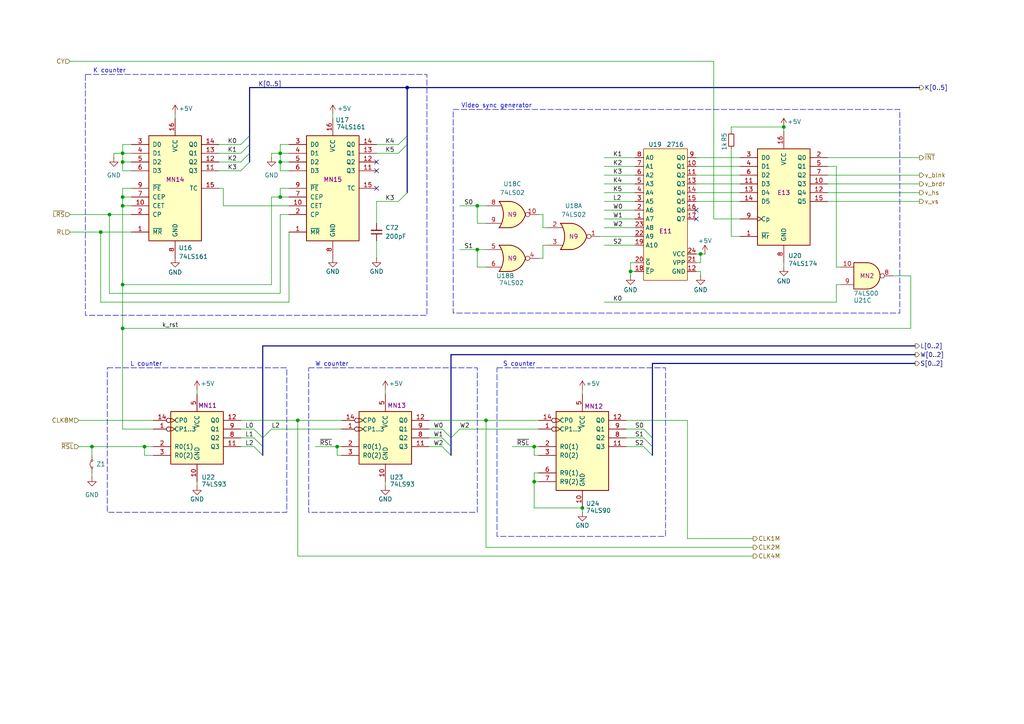
<source format=kicad_sch>
(kicad_sch (version 20231120) (generator "eeschema") (generator_version "8.0")
  (paper "A4")
  (title_block (title "Elwro 800 Junior Rev C - video timing generator") (company "Przemysław Węgrzyn <pwegrzyn@codepainters.com>"))
  (lib_symbols
    (symbol "74xx:74LS00" (pin_names (offset 1.016))
      (property "Reference" "U" (at 0 1.27 0))
      (property "Value" "74LS00" (at 0 -1.27 0))
      (symbol "74LS00_1_1"
        (arc (start 0 -3.81) (mid 3.7934 0) (end 0 3.81) (stroke (width 0.254)) (fill (type background)))
        (polyline (pts (xy 0 3.81) (xy -3.81 3.81) (xy -3.81 -3.81) (xy 0 -3.81)) (stroke (width 0.254)) (fill (type background)))
        (pin input line (at -7.62 2.54 0) (length 3.81) (name "~") (number "1"))
        (pin input line (at -7.62 -2.54 0) (length 3.81) (name "~") (number "2"))
        (pin output inverted (at 7.62 0 180) (length 3.81) (name "~") (number "3"))
      )
      (symbol "74LS00_1_2"
        (arc (start -3.81 -3.81) (mid -2.589 0) (end -3.81 3.81) (stroke (width 0.254)))
        (arc (start -0.6096 -3.81) (mid 2.1842 -2.5851) (end 3.81 0) (stroke (width 0.254)) (fill (type background)))
        (polyline (pts (xy -3.81 -3.81) (xy -0.635 -3.81)) (stroke (width 0.254)) (fill (type background)))
        (polyline (pts (xy -3.81 3.81) (xy -0.635 3.81)) (stroke (width 0.254)) (fill (type background)))
        (polyline (pts (xy -0.635 3.81) (xy -3.81 3.81) (xy -3.81 3.81) (xy -3.556 3.4036) (xy -3.0226 2.2606) (xy -2.6924 1.0414) (xy -2.6162 -0.254) (xy -2.7686 -1.4986) (xy -3.175 -2.7178) (xy -3.81 -3.81) (xy -3.81 -3.81) (xy -0.635 -3.81)) (stroke (width -25.4)) (fill (type background)))
        (arc (start 3.81 0) (mid 2.1915 2.5936) (end -0.6096 3.81) (stroke (width 0.254)) (fill (type background)))
        (pin input inverted (at -7.62 2.54 0) (length 4.318) (name "~") (number "1"))
        (pin input inverted (at -7.62 -2.54 0) (length 4.318) (name "~") (number "2"))
        (pin output line (at 7.62 0 180) (length 3.81) (name "~") (number "3"))
      )
      (symbol "74LS00_2_1"
        (arc (start 0 -3.81) (mid 3.7934 0) (end 0 3.81) (stroke (width 0.254)) (fill (type background)))
        (polyline (pts (xy 0 3.81) (xy -3.81 3.81) (xy -3.81 -3.81) (xy 0 -3.81)) (stroke (width 0.254)) (fill (type background)))
        (pin input line (at -7.62 2.54 0) (length 3.81) (name "~") (number "4"))
        (pin input line (at -7.62 -2.54 0) (length 3.81) (name "~") (number "5"))
        (pin output inverted (at 7.62 0 180) (length 3.81) (name "~") (number "6"))
      )
      (symbol "74LS00_2_2"
        (arc (start -3.81 -3.81) (mid -2.589 0) (end -3.81 3.81) (stroke (width 0.254)))
        (arc (start -0.6096 -3.81) (mid 2.1842 -2.5851) (end 3.81 0) (stroke (width 0.254)) (fill (type background)))
        (polyline (pts (xy -3.81 -3.81) (xy -0.635 -3.81)) (stroke (width 0.254)) (fill (type background)))
        (polyline (pts (xy -3.81 3.81) (xy -0.635 3.81)) (stroke (width 0.254)) (fill (type background)))
        (polyline (pts (xy -0.635 3.81) (xy -3.81 3.81) (xy -3.81 3.81) (xy -3.556 3.4036) (xy -3.0226 2.2606) (xy -2.6924 1.0414) (xy -2.6162 -0.254) (xy -2.7686 -1.4986) (xy -3.175 -2.7178) (xy -3.81 -3.81) (xy -3.81 -3.81) (xy -0.635 -3.81)) (stroke (width -25.4)) (fill (type background)))
        (arc (start 3.81 0) (mid 2.1915 2.5936) (end -0.6096 3.81) (stroke (width 0.254)) (fill (type background)))
        (pin input inverted (at -7.62 2.54 0) (length 4.318) (name "~") (number "4"))
        (pin input inverted (at -7.62 -2.54 0) (length 4.318) (name "~") (number "5"))
        (pin output line (at 7.62 0 180) (length 3.81) (name "~") (number "6"))
      )
      (symbol "74LS00_3_1"
        (arc (start 0 -3.81) (mid 3.7934 0) (end 0 3.81) (stroke (width 0.254)) (fill (type background)))
        (polyline (pts (xy 0 3.81) (xy -3.81 3.81) (xy -3.81 -3.81) (xy 0 -3.81)) (stroke (width 0.254)) (fill (type background)))
        (pin input line (at -7.62 -2.54 0) (length 3.81) (name "~") (number "10"))
        (pin output inverted (at 7.62 0 180) (length 3.81) (name "~") (number "8"))
        (pin input line (at -7.62 2.54 0) (length 3.81) (name "~") (number "9"))
      )
      (symbol "74LS00_3_2"
        (arc (start -3.81 -3.81) (mid -2.589 0) (end -3.81 3.81) (stroke (width 0.254)))
        (arc (start -0.6096 -3.81) (mid 2.1842 -2.5851) (end 3.81 0) (stroke (width 0.254)) (fill (type background)))
        (polyline (pts (xy -3.81 -3.81) (xy -0.635 -3.81)) (stroke (width 0.254)) (fill (type background)))
        (polyline (pts (xy -3.81 3.81) (xy -0.635 3.81)) (stroke (width 0.254)) (fill (type background)))
        (polyline (pts (xy -0.635 3.81) (xy -3.81 3.81) (xy -3.81 3.81) (xy -3.556 3.4036) (xy -3.0226 2.2606) (xy -2.6924 1.0414) (xy -2.6162 -0.254) (xy -2.7686 -1.4986) (xy -3.175 -2.7178) (xy -3.81 -3.81) (xy -3.81 -3.81) (xy -0.635 -3.81)) (stroke (width -25.4)) (fill (type background)))
        (arc (start 3.81 0) (mid 2.1915 2.5936) (end -0.6096 3.81) (stroke (width 0.254)) (fill (type background)))
        (pin input inverted (at -7.62 -2.54 0) (length 4.318) (name "~") (number "10"))
        (pin output line (at 7.62 0 180) (length 3.81) (name "~") (number "8"))
        (pin input inverted (at -7.62 2.54 0) (length 4.318) (name "~") (number "9"))
      )
      (symbol "74LS00_4_1"
        (arc (start 0 -3.81) (mid 3.7934 0) (end 0 3.81) (stroke (width 0.254)) (fill (type background)))
        (polyline (pts (xy 0 3.81) (xy -3.81 3.81) (xy -3.81 -3.81) (xy 0 -3.81)) (stroke (width 0.254)) (fill (type background)))
        (pin output inverted (at 7.62 0 180) (length 3.81) (name "~") (number "11"))
        (pin input line (at -7.62 2.54 0) (length 3.81) (name "~") (number "12"))
        (pin input line (at -7.62 -2.54 0) (length 3.81) (name "~") (number "13"))
      )
      (symbol "74LS00_4_2"
        (arc (start -3.81 -3.81) (mid -2.589 0) (end -3.81 3.81) (stroke (width 0.254)))
        (arc (start -0.6096 -3.81) (mid 2.1842 -2.5851) (end 3.81 0) (stroke (width 0.254)) (fill (type background)))
        (polyline (pts (xy -3.81 -3.81) (xy -0.635 -3.81)) (stroke (width 0.254)) (fill (type background)))
        (polyline (pts (xy -3.81 3.81) (xy -0.635 3.81)) (stroke (width 0.254)) (fill (type background)))
        (polyline (pts (xy -0.635 3.81) (xy -3.81 3.81) (xy -3.81 3.81) (xy -3.556 3.4036) (xy -3.0226 2.2606) (xy -2.6924 1.0414) (xy -2.6162 -0.254) (xy -2.7686 -1.4986) (xy -3.175 -2.7178) (xy -3.81 -3.81) (xy -3.81 -3.81) (xy -0.635 -3.81)) (stroke (width -25.4)) (fill (type background)))
        (arc (start 3.81 0) (mid 2.1915 2.5936) (end -0.6096 3.81) (stroke (width 0.254)) (fill (type background)))
        (pin output line (at 7.62 0 180) (length 3.81) (name "~") (number "11"))
        (pin input inverted (at -7.62 2.54 0) (length 4.318) (name "~") (number "12"))
        (pin input inverted (at -7.62 -2.54 0) (length 4.318) (name "~") (number "13"))
      )
      (symbol "74LS00_5_0"
        (pin power_in line (at 0 12.7 270) (length 5.08) (name "VCC") (number "14"))
        (pin power_in line (at 0 -12.7 90) (length 5.08) (name "GND") (number "7"))
      )
      (symbol "74LS00_5_1"
        (rectangle (start -5.08 7.62) (end 5.08 -7.62) (stroke (width 0.254)) (fill (type background)))
      )
    )
    (symbol "74xx:74LS02" (pin_names (offset 1.016))
      (property "Reference" "U" (at 0 1.27 0))
      (property "Value" "74LS02" (at 0 -1.27 0))
      (symbol "74LS02_1_1"
        (arc (start -3.81 -3.81) (mid -2.589 0) (end -3.81 3.81) (stroke (width 0.254)))
        (arc (start -0.6096 -3.81) (mid 2.1842 -2.5851) (end 3.81 0) (stroke (width 0.254)) (fill (type background)))
        (polyline (pts (xy -3.81 -3.81) (xy -0.635 -3.81)) (stroke (width 0.254)) (fill (type background)))
        (polyline (pts (xy -3.81 3.81) (xy -0.635 3.81)) (stroke (width 0.254)) (fill (type background)))
        (polyline (pts (xy -0.635 3.81) (xy -3.81 3.81) (xy -3.81 3.81) (xy -3.556 3.4036) (xy -3.0226 2.2606) (xy -2.6924 1.0414) (xy -2.6162 -0.254) (xy -2.7686 -1.4986) (xy -3.175 -2.7178) (xy -3.81 -3.81) (xy -3.81 -3.81) (xy -0.635 -3.81)) (stroke (width -25.4)) (fill (type background)))
        (arc (start 3.81 0) (mid 2.1915 2.5936) (end -0.6096 3.81) (stroke (width 0.254)) (fill (type background)))
        (pin output inverted (at 7.62 0 180) (length 3.81) (name "~") (number "1"))
        (pin input line (at -7.62 2.54 0) (length 4.318) (name "~") (number "2"))
        (pin input line (at -7.62 -2.54 0) (length 4.318) (name "~") (number "3"))
      )
      (symbol "74LS02_1_2"
        (arc (start 0 -3.81) (mid 3.7934 0) (end 0 3.81) (stroke (width 0.254)) (fill (type background)))
        (polyline (pts (xy 0 3.81) (xy -3.81 3.81) (xy -3.81 -3.81) (xy 0 -3.81)) (stroke (width 0.254)) (fill (type background)))
        (pin output line (at 7.62 0 180) (length 3.81) (name "~") (number "1"))
        (pin input inverted (at -7.62 2.54 0) (length 3.81) (name "~") (number "2"))
        (pin input inverted (at -7.62 -2.54 0) (length 3.81) (name "~") (number "3"))
      )
      (symbol "74LS02_2_1"
        (arc (start -3.81 -3.81) (mid -2.589 0) (end -3.81 3.81) (stroke (width 0.254)))
        (arc (start -0.6096 -3.81) (mid 2.1842 -2.5851) (end 3.81 0) (stroke (width 0.254)) (fill (type background)))
        (polyline (pts (xy -3.81 -3.81) (xy -0.635 -3.81)) (stroke (width 0.254)) (fill (type background)))
        (polyline (pts (xy -3.81 3.81) (xy -0.635 3.81)) (stroke (width 0.254)) (fill (type background)))
        (polyline (pts (xy -0.635 3.81) (xy -3.81 3.81) (xy -3.81 3.81) (xy -3.556 3.4036) (xy -3.0226 2.2606) (xy -2.6924 1.0414) (xy -2.6162 -0.254) (xy -2.7686 -1.4986) (xy -3.175 -2.7178) (xy -3.81 -3.81) (xy -3.81 -3.81) (xy -0.635 -3.81)) (stroke (width -25.4)) (fill (type background)))
        (arc (start 3.81 0) (mid 2.1915 2.5936) (end -0.6096 3.81) (stroke (width 0.254)) (fill (type background)))
        (pin output inverted (at 7.62 0 180) (length 3.81) (name "~") (number "4"))
        (pin input line (at -7.62 2.54 0) (length 4.318) (name "~") (number "5"))
        (pin input line (at -7.62 -2.54 0) (length 4.318) (name "~") (number "6"))
      )
      (symbol "74LS02_2_2"
        (arc (start 0 -3.81) (mid 3.7934 0) (end 0 3.81) (stroke (width 0.254)) (fill (type background)))
        (polyline (pts (xy 0 3.81) (xy -3.81 3.81) (xy -3.81 -3.81) (xy 0 -3.81)) (stroke (width 0.254)) (fill (type background)))
        (pin output line (at 7.62 0 180) (length 3.81) (name "~") (number "4"))
        (pin input inverted (at -7.62 2.54 0) (length 3.81) (name "~") (number "5"))
        (pin input inverted (at -7.62 -2.54 0) (length 3.81) (name "~") (number "6"))
      )
      (symbol "74LS02_3_1"
        (arc (start -3.81 -3.81) (mid -2.589 0) (end -3.81 3.81) (stroke (width 0.254)))
        (arc (start -0.6096 -3.81) (mid 2.1842 -2.5851) (end 3.81 0) (stroke (width 0.254)) (fill (type background)))
        (polyline (pts (xy -3.81 -3.81) (xy -0.635 -3.81)) (stroke (width 0.254)) (fill (type background)))
        (polyline (pts (xy -3.81 3.81) (xy -0.635 3.81)) (stroke (width 0.254)) (fill (type background)))
        (polyline (pts (xy -0.635 3.81) (xy -3.81 3.81) (xy -3.81 3.81) (xy -3.556 3.4036) (xy -3.0226 2.2606) (xy -2.6924 1.0414) (xy -2.6162 -0.254) (xy -2.7686 -1.4986) (xy -3.175 -2.7178) (xy -3.81 -3.81) (xy -3.81 -3.81) (xy -0.635 -3.81)) (stroke (width -25.4)) (fill (type background)))
        (arc (start 3.81 0) (mid 2.1915 2.5936) (end -0.6096 3.81) (stroke (width 0.254)) (fill (type background)))
        (pin output inverted (at 7.62 0 180) (length 3.81) (name "~") (number "10"))
        (pin input line (at -7.62 2.54 0) (length 4.318) (name "~") (number "8"))
        (pin input line (at -7.62 -2.54 0) (length 4.318) (name "~") (number "9"))
      )
      (symbol "74LS02_3_2"
        (arc (start 0 -3.81) (mid 3.7934 0) (end 0 3.81) (stroke (width 0.254)) (fill (type background)))
        (polyline (pts (xy 0 3.81) (xy -3.81 3.81) (xy -3.81 -3.81) (xy 0 -3.81)) (stroke (width 0.254)) (fill (type background)))
        (pin output line (at 7.62 0 180) (length 3.81) (name "~") (number "10"))
        (pin input inverted (at -7.62 2.54 0) (length 3.81) (name "~") (number "8"))
        (pin input inverted (at -7.62 -2.54 0) (length 3.81) (name "~") (number "9"))
      )
      (symbol "74LS02_4_1"
        (arc (start -3.81 -3.81) (mid -2.589 0) (end -3.81 3.81) (stroke (width 0.254)))
        (arc (start -0.6096 -3.81) (mid 2.1842 -2.5851) (end 3.81 0) (stroke (width 0.254)) (fill (type background)))
        (polyline (pts (xy -3.81 -3.81) (xy -0.635 -3.81)) (stroke (width 0.254)) (fill (type background)))
        (polyline (pts (xy -3.81 3.81) (xy -0.635 3.81)) (stroke (width 0.254)) (fill (type background)))
        (polyline (pts (xy -0.635 3.81) (xy -3.81 3.81) (xy -3.81 3.81) (xy -3.556 3.4036) (xy -3.0226 2.2606) (xy -2.6924 1.0414) (xy -2.6162 -0.254) (xy -2.7686 -1.4986) (xy -3.175 -2.7178) (xy -3.81 -3.81) (xy -3.81 -3.81) (xy -0.635 -3.81)) (stroke (width -25.4)) (fill (type background)))
        (arc (start 3.81 0) (mid 2.1915 2.5936) (end -0.6096 3.81) (stroke (width 0.254)) (fill (type background)))
        (pin input line (at -7.62 2.54 0) (length 4.318) (name "~") (number "11"))
        (pin input line (at -7.62 -2.54 0) (length 4.318) (name "~") (number "12"))
        (pin output inverted (at 7.62 0 180) (length 3.81) (name "~") (number "13"))
      )
      (symbol "74LS02_4_2"
        (arc (start 0 -3.81) (mid 3.7934 0) (end 0 3.81) (stroke (width 0.254)) (fill (type background)))
        (polyline (pts (xy 0 3.81) (xy -3.81 3.81) (xy -3.81 -3.81) (xy 0 -3.81)) (stroke (width 0.254)) (fill (type background)))
        (pin input inverted (at -7.62 2.54 0) (length 3.81) (name "~") (number "11"))
        (pin input inverted (at -7.62 -2.54 0) (length 3.81) (name "~") (number "12"))
        (pin output line (at 7.62 0 180) (length 3.81) (name "~") (number "13"))
      )
      (symbol "74LS02_5_0"
        (pin power_in line (at 0 12.7 270) (length 5.08) (name "VCC") (number "14"))
        (pin power_in line (at 0 -12.7 90) (length 5.08) (name "GND") (number "7"))
      )
      (symbol "74LS02_5_1"
        (rectangle (start -5.08 7.62) (end 5.08 -7.62) (stroke (width 0.254)) (fill (type background)))
      )
    )
    (symbol "74xx:74LS161" (pin_names (offset 1.016))
      (property "Reference" "U" (at -7.62 16.51 0))
      (property "Value" "74LS161" (at -7.62 -16.51 0))
      (symbol "74LS161_1_0"
        (pin input line (at -12.7 -12.7 0) (length 5.08) (name "~{MR}") (number "1"))
        (pin input line (at -12.7 -5.08 0) (length 5.08) (name "CET") (number "10"))
        (pin output line (at 12.7 5.08 180) (length 5.08) (name "Q3") (number "11"))
        (pin output line (at 12.7 7.62 180) (length 5.08) (name "Q2") (number "12"))
        (pin output line (at 12.7 10.16 180) (length 5.08) (name "Q1") (number "13"))
        (pin output line (at 12.7 12.7 180) (length 5.08) (name "Q0") (number "14"))
        (pin output line (at 12.7 0 180) (length 5.08) (name "TC") (number "15"))
        (pin power_in line (at 0 20.32 270) (length 5.08) (name "VCC") (number "16"))
        (pin input line (at -12.7 -7.62 0) (length 5.08) (name "CP") (number "2"))
        (pin input line (at -12.7 12.7 0) (length 5.08) (name "D0") (number "3"))
        (pin input line (at -12.7 10.16 0) (length 5.08) (name "D1") (number "4"))
        (pin input line (at -12.7 7.62 0) (length 5.08) (name "D2") (number "5"))
        (pin input line (at -12.7 5.08 0) (length 5.08) (name "D3") (number "6"))
        (pin input line (at -12.7 -2.54 0) (length 5.08) (name "CEP") (number "7"))
        (pin power_in line (at 0 -20.32 90) (length 5.08) (name "GND") (number "8"))
        (pin input line (at -12.7 0 0) (length 5.08) (name "~{PE}") (number "9"))
      )
      (symbol "74LS161_1_1"
        (rectangle (start -7.62 15.24) (end 7.62 -15.24) (stroke (width 0.254)) (fill (type background)))
      )
    )
    (symbol "74xx:74LS174" (pin_names (offset 1.016))
      (property "Reference" "U" (at -7.62 13.97 0))
      (property "Value" "74LS174" (at -7.62 -16.51 0))
      (symbol "74LS174_1_0"
        (pin input line (at -12.7 -12.7 0) (length 5.08) (name "~{Mr}") (number "1"))
        (pin output line (at 12.7 2.54 180) (length 5.08) (name "Q3") (number "10"))
        (pin input line (at -12.7 2.54 0) (length 5.08) (name "D3") (number "11"))
        (pin output line (at 12.7 0 180) (length 5.08) (name "Q4") (number "12"))
        (pin input line (at -12.7 0 0) (length 5.08) (name "D4") (number "13"))
        (pin input line (at -12.7 -2.54 0) (length 5.08) (name "D5") (number "14"))
        (pin output line (at 12.7 -2.54 180) (length 5.08) (name "Q5") (number "15"))
        (pin power_in line (at 0 17.78 270) (length 5.08) (name "VCC") (number "16"))
        (pin output line (at 12.7 10.16 180) (length 5.08) (name "Q0") (number "2"))
        (pin input line (at -12.7 10.16 0) (length 5.08) (name "D0") (number "3"))
        (pin input line (at -12.7 7.62 0) (length 5.08) (name "D1") (number "4"))
        (pin output line (at 12.7 7.62 180) (length 5.08) (name "Q1") (number "5"))
        (pin input line (at -12.7 5.08 0) (length 5.08) (name "D2") (number "6"))
        (pin output line (at 12.7 5.08 180) (length 5.08) (name "Q2") (number "7"))
        (pin power_in line (at 0 -20.32 90) (length 5.08) (name "GND") (number "8"))
        (pin input clock (at -12.7 -7.62 0) (length 5.08) (name "Cp") (number "9"))
      )
      (symbol "74LS174_1_1"
        (rectangle (start -7.62 12.7) (end 7.62 -15.24) (stroke (width 0.254)) (fill (type background)))
      )
    )
    (symbol "Device:C_Small" (pin_numbers hide) (pin_names (offset 0.254) hide)
      (property "Reference" "C" (at 0.254 1.778 0))
      (property "Value" "C_Small" (at 0.254 -2.032 0))
      (symbol "C_Small_0_1"
        (polyline (pts (xy -1.524 -0.508) (xy 1.524 -0.508)) (stroke (width 0.3302)))
        (polyline (pts (xy -1.524 0.508) (xy 1.524 0.508)) (stroke (width 0.3048)))
      )
      (symbol "C_Small_1_1"
        (pin passive line (at 0 2.54 270) (length 2.032) (name "~") (number "1"))
        (pin passive line (at 0 -2.54 90) (length 2.032) (name "~") (number "2"))
      )
    )
    (symbol "Device:R_Small" (pin_numbers hide) (pin_names (offset 0.254) hide)
      (property "Reference" "R" (at 0.762 0.508 0))
      (property "Value" "R_Small" (at 0.762 -1.016 0))
      (symbol "R_Small_0_1"
        (rectangle (start -0.762 1.778) (end 0.762 -1.778) (stroke (width 0.2032)))
      )
      (symbol "R_Small_1_1"
        (pin passive line (at 0 2.54 270) (length 0.762) (name "~") (number "1"))
        (pin passive line (at 0 -2.54 90) (length 0.762) (name "~") (number "2"))
      )
    )
    (symbol "Jumper:Jumper_2_Small_Bridged" (pin_numbers hide) (pin_names (offset 0) hide) (exclude_from_sim yes)
      (property "Reference" "JP" (at 0 2.032 0))
      (property "Value" "Jumper_2_Small_Bridged" (at 0 -2.286 0))
      (symbol "Jumper_2_Small_Bridged_0_0"
        (circle (center -1.016 0) (radius 0.254))
        (circle (center 1.016 0) (radius 0.254))
      )
      (symbol "Jumper_2_Small_Bridged_0_1"
        (arc (start 0.762 0.254) (mid 0 0.5696) (end -0.762 0.254))
      )
      (symbol "Jumper_2_Small_Bridged_1_1"
        (pin passive line (at -2.54 0 0) (length 1.27) (name "A") (number "1"))
        (pin passive line (at 2.54 0 180) (length 1.27) (name "B") (number "2"))
      )
    )
    (symbol "e800j_custom:2716"
      (property "Reference" "U" (at 0 0 0))
      (symbol "2716_1_1"
        (rectangle (start -6.35 17.78) (end 6.35 -20.32) (fill (type background)))
        (pin input line (at -8.89 -2.54 0) (length 2.54) (name "A7") (number "1"))
        (pin output line (at 8.89 12.7 180) (length 2.54) (name "Q1") (number "10"))
        (pin output line (at 8.89 10.16 180) (length 2.54) (name "Q2") (number "11"))
        (pin power_in line (at 8.89 -17.78 180) (length 2.54) (name "GND") (number "12"))
        (pin output line (at 8.89 7.62 180) (length 2.54) (name "Q3") (number "13"))
        (pin output line (at 8.89 5.08 180) (length 2.54) (name "Q4") (number "14"))
        (pin output line (at 8.89 2.54 180) (length 2.54) (name "Q5") (number "15"))
        (pin output line (at 8.89 0 180) (length 2.54) (name "Q6") (number "16"))
        (pin output line (at 8.89 -2.54 180) (length 2.54) (name "Q7") (number "17"))
        (pin input line (at -8.89 -17.78 0) (length 2.54) (name "~{E}P") (number "18"))
        (pin input line (at -8.89 -10.16 0) (length 2.54) (name "A10") (number "19"))
        (pin input line (at -8.89 0 0) (length 2.54) (name "A6") (number "2"))
        (pin input line (at -8.89 -15.24 0) (length 2.54) (name "~{G}") (number "20"))
        (pin power_in line (at 8.89 -15.24 180) (length 2.54) (name "VPP") (number "21"))
        (pin input line (at -8.89 -7.62 0) (length 2.54) (name "A9") (number "22"))
        (pin input line (at -8.89 -5.08 0) (length 2.54) (name "A8") (number "23"))
        (pin power_in line (at 8.89 -12.7 180) (length 2.54) (name "VCC") (number "24"))
        (pin input line (at -8.89 2.54 0) (length 2.54) (name "A5") (number "3"))
        (pin input line (at -8.89 5.08 0) (length 2.54) (name "A4") (number "4"))
        (pin input line (at -8.89 7.62 0) (length 2.54) (name "A3") (number "5"))
        (pin input line (at -8.89 10.16 0) (length 2.54) (name "A2") (number "6"))
        (pin input line (at -8.89 12.7 0) (length 2.54) (name "A1") (number "7"))
        (pin input line (at -8.89 15.24 0) (length 2.54) (name "A0") (number "8"))
        (pin output line (at 8.89 15.24 180) (length 2.54) (name "Q0") (number "9"))
      )
    )
    (symbol "e800j_custom:74LS90" (pin_names (offset 1.016))
      (property "Reference" "U" (at -7.62 11.43 0))
      (property "Value" "74LS90" (at -7.62 -13.97 0))
      (symbol "74LS90_1_0"
        (pin input inverted_clock (at -12.7 5.08 0) (length 5.08) (name "CP1..3") (number "1"))
        (pin power_in line (at 0 -17.78 90) (length 5.08) (name "GND") (number "10"))
        (pin output line (at 12.7 0 180) (length 5.08) (name "Q3") (number "11"))
        (pin output line (at 12.7 7.62 180) (length 5.08) (name "Q0") (number "12"))
        (pin no_connect line (at 12.7 -10.16 180) (length 5.08) hide (name "NC2") (number "13"))
        (pin input inverted_clock (at -12.7 7.62 0) (length 5.08) (name "CP0") (number "14"))
        (pin input line (at -12.7 0 0) (length 5.08) (name "R0(1)") (number "2"))
        (pin input line (at -12.7 -2.54 0) (length 5.08) (name "R0(2)") (number "3"))
        (pin no_connect line (at 12.7 -7.62 180) (length 5.08) hide (name "NC1") (number "4"))
        (pin power_in line (at 0 15.24 270) (length 5.08) (name "VCC") (number "5"))
        (pin input line (at -12.7 -7.62 0) (length 5.08) (name "R9(1)") (number "6"))
        (pin input line (at -12.7 -10.16 0) (length 5.08) (name "R9(2)") (number "7"))
        (pin output line (at 12.7 2.54 180) (length 5.08) (name "Q2") (number "8"))
        (pin output line (at 12.7 5.08 180) (length 5.08) (name "Q1") (number "9"))
      )
      (symbol "74LS90_1_1"
        (rectangle (start -7.62 10.16) (end 7.62 -12.7) (stroke (width 0.254)) (fill (type background)))
      )
    )
    (symbol "e800j_custom:74LS93" (pin_names (offset 1.016))
      (property "Reference" "U" (at -7.62 8.89 0))
      (property "Value" "74LS93" (at -7.62 -8.89 0))
      (symbol "74LS93_1_0"
        (pin input inverted_clock (at -12.7 2.54 0) (length 5.08) (name "CP1..3") (number "1"))
        (pin power_in line (at 0 -12.7 90) (length 5.08) (name "GND") (number "10"))
        (pin output line (at 12.7 -2.54 180) (length 5.08) (name "Q3") (number "11"))
        (pin output line (at 12.7 5.08 180) (length 5.08) (name "Q0") (number "12"))
        (pin no_connect line (at 12.7 -20.32 180) (length 5.08) hide (name "NC") (number "13"))
        (pin input inverted_clock (at -12.7 5.08 0) (length 5.08) (name "CP0") (number "14"))
        (pin input line (at -12.7 -2.54 0) (length 5.08) (name "R0(1)") (number "2"))
        (pin input line (at -12.7 -5.08 0) (length 5.08) (name "R0(2)") (number "3"))
        (pin no_connect line (at 12.7 -12.7 180) (length 5.08) hide (name "NC") (number "4"))
        (pin power_in line (at 0 12.7 270) (length 5.08) (name "VCC") (number "5"))
        (pin no_connect line (at 12.7 -15.24 180) (length 5.08) hide (name "NC") (number "6"))
        (pin no_connect line (at 12.7 -17.78 180) (length 5.08) hide (name "NC") (number "7"))
        (pin output line (at 12.7 0 180) (length 5.08) (name "Q2") (number "8"))
        (pin output line (at 12.7 2.54 180) (length 5.08) (name "Q1") (number "9"))
      )
      (symbol "74LS93_1_1"
        (rectangle (start -7.62 7.62) (end 7.62 -7.62) (stroke (width 0.254)) (fill (type background)))
      )
    )
    (symbol "power:+5V" (power) (pin_numbers hide) (pin_names (offset 0) hide)
      (property "Value" "+5V" (at 0 3.556 0))
      (symbol "+5V_0_1"
        (polyline (pts (xy -0.762 1.27) (xy 0 2.54)))
        (polyline (pts (xy 0 0) (xy 0 2.54)))
        (polyline (pts (xy 0 2.54) (xy 0.762 1.27)))
      )
      (symbol "+5V_1_1"
        (pin power_in line (at 0 0 90) (length 0) (name "~") (number "1"))
      )
    )
    (symbol "power:GND" (power) (pin_numbers hide) (pin_names (offset 0) hide)
      (property "Value" "GND" (at 0 -3.81 0))
      (symbol "GND_0_1"
        (polyline (pts (xy 0 0) (xy 0 -1.27) (xy 1.27 -1.27) (xy 0 -2.54) (xy -1.27 -1.27) (xy 0 -1.27)))
      )
      (symbol "GND_1_1"
        (pin power_in line (at 0 0 270) (length 0) (name "~") (number "1"))
      )
    )
  )
  (junction (at 35.56 82.55))
  (junction (at 168.91 147.32))
  (junction (at 29.21 67.31))
  (junction (at 97.79 129.54))
  (junction (at 26.67 129.54))
  (junction (at 154.94 129.54))
  (junction (at 81.28 46.99))
  (junction (at 203.2 73.66))
  (junction (at 138.43 59.69))
  (junction (at 35.56 44.45))
  (junction (at 31.75 62.23))
  (junction (at 138.43 72.39))
  (junction (at 118.11 25.4))
  (junction (at 140.97 121.92))
  (junction (at 227.33 36.83))
  (junction (at 81.28 44.45))
  (junction (at 182.88 78.74))
  (junction (at 154.94 139.7))
  (junction (at 35.56 95.25))
  (junction (at 35.56 57.15))
  (junction (at 41.91 129.54))
  (junction (at 35.56 59.69))
  (junction (at 35.56 46.99))
  (junction (at 81.28 57.15))
  (junction (at 86.36 121.92))
  (no_connect (at 109.22 46.99))
  (no_connect (at 201.93 60.96))
  (no_connect (at 109.22 54.61))
  (no_connect (at 201.93 63.5))
  (no_connect (at 109.22 49.53))
  (bus_entry (at 115.57 41.91) (size 2.54 -2.54))
  (bus_entry (at 186.69 127) (size 2.54 2.54))
  (bus_entry (at 115.57 58.42) (size 2.54 -2.54))
  (bus_entry (at 130.81 127) (size 2.54 -2.54))
  (bus_entry (at 69.85 41.91) (size 2.54 -2.54))
  (bus_entry (at 128.27 129.54) (size 2.54 2.54))
  (bus_entry (at 69.85 44.45) (size 2.54 -2.54))
  (bus_entry (at 186.69 129.54) (size 2.54 2.54))
  (bus_entry (at 115.57 44.45) (size 2.54 -2.54))
  (bus_entry (at 128.27 127) (size 2.54 2.54))
  (bus_entry (at 128.27 124.46) (size 2.54 2.54))
  (bus_entry (at 186.69 124.46) (size 2.54 2.54))
  (bus_entry (at 76.2 127) (size 2.54 -2.54))
  (bus_entry (at 73.66 127) (size 2.54 2.54))
  (bus_entry (at 73.66 129.54) (size 2.54 2.54))
  (bus_entry (at 69.85 46.99) (size 2.54 -2.54))
  (bus_entry (at 73.66 124.46) (size 2.54 2.54))
  (bus_entry (at 69.85 49.53) (size 2.54 -2.54))
  (wire (pts (xy 168.91 113.03) (xy 168.91 114.3)))
  (wire (pts (xy 138.43 59.69) (xy 140.97 59.69)))
  (bus (pts (xy 130.81 129.54) (xy 130.81 132.08)))
  (wire (pts (xy 31.75 85.09) (xy 81.28 85.09)))
  (wire (pts (xy 83.82 59.69) (xy 64.77 59.69)))
  (wire (pts (xy 157.48 74.93) (xy 157.48 71.12)))
  (wire (pts (xy 240.03 55.88) (xy 266.7 55.88)))
  (wire (pts (xy 140.97 121.92) (xy 140.97 158.75)))
  (wire (pts (xy 63.5 41.91) (xy 69.85 41.91)))
  (wire (pts (xy 175.26 66.04) (xy 184.15 66.04)))
  (wire (pts (xy 242.57 48.26) (xy 240.03 48.26)))
  (wire (pts (xy 26.67 137.16) (xy 26.67 138.43)))
  (wire (pts (xy 138.43 64.77) (xy 138.43 59.69)))
  (wire (pts (xy 35.56 49.53) (xy 38.1 49.53)))
  (wire (pts (xy 242.57 82.55) (xy 243.84 82.55)))
  (wire (pts (xy 81.28 62.23) (xy 83.82 62.23)))
  (wire (pts (xy 35.56 44.45) (xy 35.56 46.99)))
  (wire (pts (xy 81.28 46.99) (xy 83.82 46.99)))
  (wire (pts (xy 203.2 80.01) (xy 203.2 78.74)))
  (wire (pts (xy 154.94 137.16) (xy 154.94 139.7)))
  (wire (pts (xy 175.26 58.42) (xy 184.15 58.42)))
  (wire (pts (xy 201.93 58.42) (xy 214.63 58.42)))
  (wire (pts (xy 133.35 124.46) (xy 156.21 124.46)))
  (wire (pts (xy 242.57 77.47) (xy 243.84 77.47)))
  (wire (pts (xy 83.82 54.61) (xy 81.28 54.61)))
  (wire (pts (xy 242.57 77.47) (xy 242.57 48.26)))
  (wire (pts (xy 81.28 41.91) (xy 83.82 41.91)))
  (wire (pts (xy 97.79 132.08) (xy 97.79 129.54)))
  (wire (pts (xy 35.56 54.61) (xy 38.1 54.61)))
  (wire (pts (xy 78.74 82.55) (xy 78.74 57.15)))
  (wire (pts (xy 148.59 129.54) (xy 154.94 129.54)))
  (wire (pts (xy 156.21 137.16) (xy 154.94 137.16)))
  (wire (pts (xy 156.21 74.93) (xy 157.48 74.93)))
  (wire (pts (xy 83.82 87.63) (xy 29.21 87.63)))
  (wire (pts (xy 201.93 45.72) (xy 214.63 45.72)))
  (wire (pts (xy 109.22 44.45) (xy 115.57 44.45)))
  (wire (pts (xy 181.61 129.54) (xy 186.69 129.54)))
  (wire (pts (xy 181.61 127) (xy 186.69 127)))
  (wire (pts (xy 81.28 44.45) (xy 83.82 44.45)))
  (wire (pts (xy 81.28 44.45) (xy 78.74 44.45)))
  (wire (pts (xy 35.56 95.25) (xy 35.56 124.46)))
  (wire (pts (xy 212.09 43.18) (xy 212.09 68.58)))
  (wire (pts (xy 259.08 80.01) (xy 264.16 80.01)))
  (wire (pts (xy 109.22 58.42) (xy 115.57 58.42)))
  (wire (pts (xy 63.5 49.53) (xy 69.85 49.53)))
  (bus (pts (xy 72.39 44.45) (xy 72.39 41.91)))
  (wire (pts (xy 20.32 67.31) (xy 29.21 67.31)))
  (wire (pts (xy 227.33 36.83) (xy 227.33 38.1)))
  (bus (pts (xy 130.81 102.87) (xy 265.43 102.87)))
  (wire (pts (xy 97.79 129.54) (xy 99.06 129.54)))
  (wire (pts (xy 175.26 53.34) (xy 184.15 53.34)))
  (wire (pts (xy 35.56 57.15) (xy 38.1 57.15)))
  (wire (pts (xy 207.01 63.5) (xy 214.63 63.5)))
  (wire (pts (xy 35.56 57.15) (xy 35.56 54.61)))
  (wire (pts (xy 41.91 129.54) (xy 41.91 132.08)))
  (wire (pts (xy 20.32 17.78) (xy 207.01 17.78)))
  (wire (pts (xy 240.03 50.8) (xy 266.7 50.8)))
  (wire (pts (xy 168.91 147.32) (xy 168.91 148.59)))
  (wire (pts (xy 97.79 132.08) (xy 99.06 132.08)))
  (wire (pts (xy 214.63 68.58) (xy 212.09 68.58)))
  (wire (pts (xy 140.97 158.75) (xy 218.44 158.75)))
  (wire (pts (xy 181.61 124.46) (xy 186.69 124.46)))
  (wire (pts (xy 175.26 55.88) (xy 184.15 55.88)))
  (bus (pts (xy 76.2 100.33) (xy 265.43 100.33)))
  (wire (pts (xy 64.77 59.69) (xy 64.77 54.61)))
  (bus (pts (xy 72.39 39.37) (xy 72.39 25.4)))
  (wire (pts (xy 154.94 139.7) (xy 156.21 139.7)))
  (wire (pts (xy 50.8 33.02) (xy 50.8 34.29)))
  (wire (pts (xy 63.5 44.45) (xy 69.85 44.45)))
  (wire (pts (xy 57.15 113.03) (xy 57.15 114.3)))
  (bus (pts (xy 76.2 100.33) (xy 76.2 127)))
  (wire (pts (xy 69.85 129.54) (xy 73.66 129.54)))
  (wire (pts (xy 57.15 139.7) (xy 57.15 140.97)))
  (bus (pts (xy 189.23 127) (xy 189.23 129.54)))
  (wire (pts (xy 78.74 44.45) (xy 78.74 45.72)))
  (wire (pts (xy 35.56 82.55) (xy 35.56 95.25)))
  (wire (pts (xy 31.75 62.23) (xy 31.75 85.09)))
  (wire (pts (xy 35.56 46.99) (xy 38.1 46.99)))
  (wire (pts (xy 124.46 129.54) (xy 128.27 129.54)))
  (wire (pts (xy 182.88 76.2) (xy 182.88 78.74)))
  (wire (pts (xy 81.28 46.99) (xy 81.28 49.53)))
  (wire (pts (xy 182.88 78.74) (xy 184.15 78.74)))
  (bus (pts (xy 76.2 129.54) (xy 76.2 132.08)))
  (wire (pts (xy 175.26 48.26) (xy 184.15 48.26)))
  (wire (pts (xy 26.67 129.54) (xy 41.91 129.54)))
  (bus (pts (xy 130.81 127) (xy 130.81 129.54)))
  (wire (pts (xy 35.56 95.25) (xy 264.16 95.25)))
  (wire (pts (xy 41.91 132.08) (xy 44.45 132.08)))
  (wire (pts (xy 182.88 78.74) (xy 182.88 80.01)))
  (wire (pts (xy 81.28 85.09) (xy 81.28 62.23)))
  (bus (pts (xy 189.23 105.41) (xy 189.23 127)))
  (wire (pts (xy 212.09 36.83) (xy 227.33 36.83)))
  (wire (pts (xy 20.32 62.23) (xy 31.75 62.23)))
  (wire (pts (xy 124.46 121.92) (xy 140.97 121.92)))
  (wire (pts (xy 156.21 132.08) (xy 154.94 132.08)))
  (wire (pts (xy 81.28 41.91) (xy 81.28 44.45)))
  (wire (pts (xy 69.85 127) (xy 73.66 127)))
  (wire (pts (xy 138.43 72.39) (xy 140.97 72.39)))
  (wire (pts (xy 91.44 129.54) (xy 97.79 129.54)))
  (wire (pts (xy 201.93 53.34) (xy 214.63 53.34)))
  (wire (pts (xy 203.2 78.74) (xy 201.93 78.74)))
  (wire (pts (xy 41.91 129.54) (xy 44.45 129.54)))
  (wire (pts (xy 242.57 82.55) (xy 242.57 87.63)))
  (wire (pts (xy 38.1 59.69) (xy 35.56 59.69)))
  (wire (pts (xy 78.74 124.46) (xy 99.06 124.46)))
  (wire (pts (xy 175.26 63.5) (xy 184.15 63.5)))
  (wire (pts (xy 63.5 46.99) (xy 69.85 46.99)))
  (wire (pts (xy 203.2 76.2) (xy 203.2 73.66)))
  (wire (pts (xy 35.56 44.45) (xy 38.1 44.45)))
  (wire (pts (xy 175.26 71.12) (xy 184.15 71.12)))
  (wire (pts (xy 212.09 38.1) (xy 212.09 36.83)))
  (bus (pts (xy 118.11 41.91) (xy 118.11 55.88)))
  (wire (pts (xy 69.85 124.46) (xy 73.66 124.46)))
  (wire (pts (xy 154.94 132.08) (xy 154.94 129.54)))
  (wire (pts (xy 227.33 76.2) (xy 227.33 77.47)))
  (wire (pts (xy 35.56 44.45) (xy 33.02 44.45)))
  (wire (pts (xy 35.56 41.91) (xy 35.56 44.45)))
  (wire (pts (xy 31.75 62.23) (xy 38.1 62.23)))
  (bus (pts (xy 189.23 105.41) (xy 265.43 105.41)))
  (wire (pts (xy 81.28 44.45) (xy 81.28 46.99)))
  (wire (pts (xy 111.76 139.7) (xy 111.76 140.97)))
  (wire (pts (xy 124.46 124.46) (xy 128.27 124.46)))
  (wire (pts (xy 111.76 113.03) (xy 111.76 114.3)))
  (wire (pts (xy 175.26 45.72) (xy 184.15 45.72)))
  (wire (pts (xy 133.35 59.69) (xy 138.43 59.69)))
  (wire (pts (xy 157.48 66.04) (xy 157.48 62.23)))
  (wire (pts (xy 201.93 76.2) (xy 203.2 76.2)))
  (bus (pts (xy 118.11 39.37) (xy 118.11 41.91)))
  (wire (pts (xy 86.36 161.29) (xy 218.44 161.29)))
  (wire (pts (xy 22.86 121.92) (xy 44.45 121.92)))
  (wire (pts (xy 33.02 44.45) (xy 33.02 45.72)))
  (wire (pts (xy 81.28 49.53) (xy 83.82 49.53)))
  (bus (pts (xy 72.39 41.91) (xy 72.39 39.37)))
  (wire (pts (xy 81.28 54.61) (xy 81.28 57.15)))
  (bus (pts (xy 76.2 127) (xy 76.2 129.54)))
  (wire (pts (xy 69.85 121.92) (xy 86.36 121.92)))
  (wire (pts (xy 109.22 69.85) (xy 109.22 74.93)))
  (wire (pts (xy 35.56 59.69) (xy 35.56 82.55)))
  (wire (pts (xy 140.97 77.47) (xy 138.43 77.47)))
  (wire (pts (xy 64.77 54.61) (xy 63.5 54.61)))
  (wire (pts (xy 158.75 66.04) (xy 157.48 66.04)))
  (wire (pts (xy 22.86 129.54) (xy 26.67 129.54)))
  (wire (pts (xy 44.45 124.46) (xy 35.56 124.46)))
  (wire (pts (xy 86.36 121.92) (xy 99.06 121.92)))
  (wire (pts (xy 35.56 82.55) (xy 78.74 82.55)))
  (wire (pts (xy 109.22 58.42) (xy 109.22 64.77)))
  (wire (pts (xy 201.93 55.88) (xy 214.63 55.88)))
  (wire (pts (xy 140.97 121.92) (xy 156.21 121.92)))
  (wire (pts (xy 133.35 72.39) (xy 138.43 72.39)))
  (wire (pts (xy 184.15 76.2) (xy 182.88 76.2)))
  (wire (pts (xy 175.26 50.8) (xy 184.15 50.8)))
  (bus (pts (xy 118.11 25.4) (xy 118.11 39.37)))
  (wire (pts (xy 154.94 139.7) (xy 154.94 147.32)))
  (wire (pts (xy 154.94 129.54) (xy 156.21 129.54)))
  (wire (pts (xy 29.21 87.63) (xy 29.21 67.31)))
  (wire (pts (xy 201.93 48.26) (xy 214.63 48.26)))
  (wire (pts (xy 35.56 59.69) (xy 35.56 57.15)))
  (wire (pts (xy 26.67 129.54) (xy 26.67 132.08)))
  (wire (pts (xy 124.46 127) (xy 128.27 127)))
  (wire (pts (xy 203.2 73.66) (xy 204.47 73.66)))
  (wire (pts (xy 35.56 41.91) (xy 38.1 41.91)))
  (wire (pts (xy 199.39 156.21) (xy 199.39 121.92)))
  (wire (pts (xy 157.48 71.12) (xy 158.75 71.12)))
  (wire (pts (xy 138.43 77.47) (xy 138.43 72.39)))
  (wire (pts (xy 240.03 45.72) (xy 266.7 45.72)))
  (wire (pts (xy 240.03 58.42) (xy 266.7 58.42)))
  (bus (pts (xy 72.39 46.99) (xy 72.39 44.45)))
  (wire (pts (xy 81.28 57.15) (xy 83.82 57.15)))
  (wire (pts (xy 157.48 62.23) (xy 156.21 62.23)))
  (wire (pts (xy 203.2 73.66) (xy 201.93 73.66)))
  (wire (pts (xy 78.74 57.15) (xy 81.28 57.15)))
  (wire (pts (xy 201.93 50.8) (xy 214.63 50.8)))
  (wire (pts (xy 96.52 33.02) (xy 96.52 34.29)))
  (wire (pts (xy 29.21 67.31) (xy 38.1 67.31)))
  (wire (pts (xy 199.39 156.21) (xy 218.44 156.21)))
  (bus (pts (xy 189.23 129.54) (xy 189.23 132.08)))
  (bus (pts (xy 72.39 25.4) (xy 118.11 25.4)))
  (wire (pts (xy 173.99 68.58) (xy 184.15 68.58)))
  (wire (pts (xy 86.36 121.92) (xy 86.36 161.29)))
  (wire (pts (xy 175.26 60.96) (xy 184.15 60.96)))
  (wire (pts (xy 109.22 41.91) (xy 115.57 41.91)))
  (wire (pts (xy 207.01 63.5) (xy 207.01 17.78)))
  (wire (pts (xy 240.03 53.34) (xy 266.7 53.34)))
  (wire (pts (xy 35.56 46.99) (xy 35.56 49.53)))
  (wire (pts (xy 199.39 121.92) (xy 181.61 121.92)))
  (wire (pts (xy 154.94 147.32) (xy 168.91 147.32)))
  (bus (pts (xy 130.81 102.87) (xy 130.81 127)))
  (wire (pts (xy 140.97 64.77) (xy 138.43 64.77)))
  (wire (pts (xy 264.16 95.25) (xy 264.16 80.01)))
  (bus (pts (xy 118.11 25.4) (xy 266.7 25.4)))
  (wire (pts (xy 83.82 67.31) (xy 83.82 87.63)))
  (wire (pts (xy 242.57 87.63) (xy 175.26 87.63)))
  (rectangle (start 131.445 31.75) (end 260.985 90.805) (stroke (width 0) (type dash)))
  (rectangle (start 89.535 106.68) (end 138.43 148.59) (stroke (width 0) (type dash)))
  (rectangle (start 144.145 106.68) (end 193.04 155.575) (stroke (width 0) (type dash)))
  (rectangle (start 31.115 106.68) (end 83.185 148.59) (stroke (width 0) (type dash)))
  (rectangle (start 24.765 21.59) (end 123.825 91.44) (stroke (width 0) (type dash)))
  (text "L counter" (at 42.418 105.664 0) (effects (font (size 1.27 1.27))))
  (text "K counter" (at 31.75 20.574 0) (effects (font (size 1.27 1.27))))
  (text "Video sync generator" (at 144.018 30.734 0) (effects (font (size 1.27 1.27))))
  (text "S counter" (at 150.622 105.664 0) (effects (font (size 1.27 1.27))))
  (text "W counter" (at 96.266 105.664 0) (effects (font (size 1.27 1.27))))
  (label "K3" (at 177.8 50.8 0))
  (label "W1" (at 177.8 63.5 0))
  (label "W0" (at 125.73 124.46 0))
  (label "S0" (at 184.15 124.46 0))
  (label "K3" (at 66.04 49.53 0))
  (label "W1" (at 125.73 127 0))
  (label "K1" (at 177.8 45.72 0))
  (label "L2" (at 78.74 124.46 0))
  (label "K5" (at 111.76 44.45 0))
  (label "S1" (at 134.62 72.39 0))
  (label "L2" (at 71.12 129.54 0))
  (label "K2" (at 66.04 46.99 0))
  (label "k_rst" (at 46.99 95.25 0))
  (label "L0" (at 71.12 124.46 0))
  (label "K[0..5]" (at 74.93 25.4 0))
  (label "K4" (at 111.76 41.91 0))
  (label "W2" (at 177.8 66.04 0))
  (label "L2" (at 177.8 58.42 0))
  (label "K3" (at 111.76 58.42 0))
  (label "W0" (at 177.8 60.96 0))
  (label "S1" (at 184.15 127 0))
  (label "S2" (at 177.8 71.12 0))
  (label "K5" (at 177.8 55.88 0))
  (label "K0" (at 177.8 87.63 0))
  (label "S0" (at 134.62 59.69 0))
  (label "~{RSL}" (at 92.71 129.54 0))
  (label "K1" (at 66.04 44.45 0))
  (label "K0" (at 66.04 41.91 0))
  (label "K2" (at 177.8 48.26 0))
  (label "S2" (at 184.15 129.54 0))
  (label "~{RSL}" (at 149.86 129.54 0))
  (label "L1" (at 71.12 127 0))
  (label "W2" (at 125.73 129.54 0))
  (label "W2" (at 133.35 124.46 0))
  (label "K4" (at 177.8 53.34 0))
  (hierarchical_label "v_brdr" (shape output) (at 266.7 53.34 0))
  (hierarchical_label "CLK4M" (shape output) (at 218.44 161.29 0))
  (hierarchical_label "v_hs" (shape output) (at 266.7 55.88 0))
  (hierarchical_label "CY" (shape input) (at 20.32 17.78 180))
  (hierarchical_label "CLK1M" (shape output) (at 218.44 156.21 0))
  (hierarchical_label "v_blnk" (shape output) (at 266.7 50.8 0))
  (hierarchical_label "~{INT}" (shape output) (at 266.7 45.72 0))
  (hierarchical_label "L[0..2]" (shape output) (at 265.43 100.33 0))
  (hierarchical_label "CLK8M" (shape input) (at 22.86 121.92 180))
  (hierarchical_label "~{LRS}" (shape input) (at 20.32 62.23 180))
  (hierarchical_label "~{RSL}" (shape input) (at 22.86 129.54 180))
  (hierarchical_label "RL" (shape input) (at 20.32 67.31 180))
  (hierarchical_label "v_vs" (shape output) (at 266.7 58.42 0))
  (hierarchical_label "CLK2M" (shape output) (at 218.44 158.75 0))
  (hierarchical_label "S[0..2]" (shape output) (at 265.43 105.41 0))
  (hierarchical_label "W[0..2]" (shape output) (at 265.43 102.87 0))
  (hierarchical_label "K[0..5]" (shape output) (at 266.7 25.4 0))
  (symbol (lib_id "power:GND") (at 227.33 77.47 0) (unit 1)
    (property "Reference" "#PWR0141" (effects (hide yes)))
    (property "Value" "GND" (at 227.33 81.534 0))
    (property "Description" "Power symbol creates a global label with name \"GND\" , ground" (effects (hide yes)))
  )
  (symbol (lib_id "74xx:74LS174") (at 227.33 55.88 0) (unit 1)
    (property "Reference" "U20" (at 228.6 74.168 0) (effects (justify left)))
    (property "Value" "74LS174" (at 228.6 76.454 0) (effects (justify left)))
    (property "Footprint" "e800j_custom:DIP16_300" (effects (hide yes)))
    (property "Datasheet" "http://www.ti.com/lit/gpn/sn74LS174" (effects (hide yes)))
    (property "Description" "Hex D-type Flip-Flop, reset" (effects (hide yes)))
    (property "OrigRef" "E13" (at 227.33 55.88 0))
    (property "OrigType" "UCY74LS174N" (effects (hide yes)))
  )
  (symbol (lib_id "74xx:74LS02") (at 148.59 62.23 0) (unit 3)
    (property "Reference" "U18" (at 148.59 53.34 0))
    (property "Value" "74LS02" (at 148.59 55.88 0))
    (property "Footprint" "e800j_custom:DIP14_300" (effects (hide yes)))
    (property "Datasheet" "http://www.ti.com/lit/gpn/sn74ls02" (effects (hide yes)))
    (property "Description" "quad 2-input NOR gate" (effects (hide yes)))
    (property "OrigRef" "N9" (at 148.59 62.23 0))
    (property "OrigType" "UCY74LS02N" (effects (hide yes)))
  )
  (symbol (lib_id "power:GND") (at 57.15 140.97 0) (unit 1)
    (property "Reference" "#PWR034" (effects (hide yes)))
    (property "Value" "GND" (at 57.15 144.78 0))
    (property "Description" "Power symbol creates a global label with name \"GND\" , ground" (effects (hide yes)))
  )
  (symbol (lib_id "Device:C_Small") (at 109.22 67.31 180) (unit 1)
    (property "Reference" "C72" (at 111.76 66.0335 0) (effects (justify right)))
    (property "Value" "200pF" (at 111.76 68.5735 0) (effects (justify right)))
    (property "Footprint" "e800j_custom:c_100" (effects (hide yes)))
    (property "Description" "Unpolarized capacitor, small symbol" (effects (hide yes)))
  )
  (symbol (lib_id "power:GND") (at 26.67 138.43 0) (unit 1)
    (property "Reference" "#PWR0202" (effects (hide yes)))
    (property "Value" "GND" (at 26.67 143.51 0))
    (property "Description" "Power symbol creates a global label with name \"GND\" , ground" (effects (hide yes)))
  )
  (symbol (lib_id "power:GND") (at 96.52 74.93 0) (unit 1)
    (property "Reference" "#PWR030" (effects (hide yes)))
    (property "Value" "GND" (at 96.52 78.74 0))
    (property "Description" "Power symbol creates a global label with name \"GND\" , ground" (effects (hide yes)))
  )
  (symbol (lib_id "power:GND") (at 78.74 45.72 0) (unit 1)
    (property "Reference" "#PWR032" (effects (hide yes)))
    (property "Value" "GND" (at 78.74 50.8 0))
    (property "Description" "Power symbol creates a global label with name \"GND\" , ground" (effects (hide yes)))
  )
  (symbol (lib_id "power:GND") (at 182.88 80.01 0) (unit 1)
    (property "Reference" "#PWR0182" (effects (hide yes)))
    (property "Value" "GND" (at 182.88 84.074 0))
    (property "Description" "Power symbol creates a global label with name \"GND\" , ground" (effects (hide yes)))
  )
  (symbol (lib_id "power:GND") (at 111.76 140.97 0) (unit 1)
    (property "Reference" "#PWR037" (effects (hide yes)))
    (property "Value" "GND" (at 111.76 144.78 0))
    (property "Description" "Power symbol creates a global label with name \"GND\" , ground" (effects (hide yes)))
  )
  (symbol (lib_id "74xx:74LS00") (at 251.46 80.01 0) (mirror x) (unit 3)
    (property "Reference" "U21" (at 250.19 87.122 0))
    (property "Value" "74LS00" (at 251.206 85.09 0))
    (property "Footprint" "e800j_custom:DIP14_300" (effects (hide yes)))
    (property "Datasheet" "http://www.ti.com/lit/gpn/sn74ls00" (effects (hide yes)))
    (property "Description" "quad 2-input NAND gate" (effects (hide yes)))
    (property "OrigRef" "MN2" (at 251.46 80.01 0))
    (property "OrigType" "UCY74LS00N" (effects (hide yes)))
  )
  (symbol (lib_id "Device:R_Small") (at 212.09 40.64 180) (unit 1)
    (property "Reference" "R5" (at 210.058 41.148 90) (effects (justify right)))
    (property "Value" "1k" (at 210.058 43.688 90) (effects (justify right)))
    (property "Footprint" "e800j_custom:r_400" (effects (hide yes)))
    (property "Description" "Resistor, small symbol" (effects (hide yes)))
  )
  (symbol (lib_id "74xx:74LS161") (at 96.52 54.61 0) (unit 1)
    (property "Reference" "U17" (at 97.282 34.798 0) (effects (justify left)))
    (property "Value" "74LS161" (at 97.536 36.83 0) (effects (justify left)))
    (property "Footprint" "e800j_custom:DIP16_300" (effects (hide yes)))
    (property "Datasheet" "http://www.ti.com/lit/gpn/sn74LS161" (effects (hide yes)))
    (property "Description" "Synchronous 4-bit programmable binary Counter" (effects (hide yes)))
    (property "OrigRef" "MN15" (at 96.52 52.07 0))
    (property "OrigType" "К555ИЕ10" (effects (hide yes)))
  )
  (symbol (lib_id "power:GND") (at 109.22 74.93 0) (unit 1)
    (property "Reference" "#PWR0201" (effects (hide yes)))
    (property "Value" "GND" (at 109.22 78.74 0))
    (property "Description" "Power symbol creates a global label with name \"GND\" , ground" (effects (hide yes)))
  )
  (symbol (lib_id "74xx:74LS161") (at 50.8 54.61 0) (unit 1)
    (property "Reference" "U16" (at 51.816 71.882 0) (effects (justify left)))
    (property "Value" "74LS161" (at 51.816 74.422 0) (effects (justify left)))
    (property "Footprint" "e800j_custom:DIP16_300" (effects (hide yes)))
    (property "Datasheet" "http://www.ti.com/lit/gpn/sn74LS161" (effects (hide yes)))
    (property "Description" "Synchronous 4-bit programmable binary Counter" (effects (hide yes)))
    (property "OrigRef" "MN14" (at 50.8 52.07 0))
    (property "OrigType" "К555ИЕ10" (effects (hide yes)))
  )
  (symbol (lib_id "Jumper:Jumper_2_Small_Bridged") (at 26.67 134.62 90) (unit 1) (exclude_from_sim yes) (in_bom no)
    (property "Reference" "Z1" (at 27.94 134.6199 90) (effects (justify right)))
    (property "Value" "Jumper_2_Small_Bridged" (effects (hide yes)))
    (property "Footprint" "e800j_custom:jmp_200_nc_b" (effects (hide yes)))
    (property "Description" "Jumper, 2-pole, small symbol, bridged" (effects (hide yes)))
  )
  (symbol (lib_id "e800j_custom:74LS93") (at 57.15 127 0) (unit 1)
    (property "Reference" "U22" (at 58.42 138.43 0) (effects (justify left)))
    (property "Value" "74LS93" (at 58.42 140.462 0) (effects (justify left)))
    (property "Footprint" "e800j_custom:DIP14_300" (effects (hide yes)))
    (property "Datasheet" "http://www.ti.com/lit/gpn/sn74LS93" (effects (hide yes)))
    (property "Description" "Divide by 2 & 8 counter" (effects (hide yes)))
    (property "OrigRef" "MN11" (at 60.198 117.602 0))
    (property "OrigType" "UCY74LS93N" (effects (hide yes)))
  )
  (symbol (lib_id "74xx:74LS02") (at 166.37 68.58 0) (unit 1)
    (property "Reference" "U18" (at 166.37 59.69 0))
    (property "Value" "74LS02" (at 166.37 62.23 0))
    (property "Footprint" "e800j_custom:DIP14_300" (effects (hide yes)))
    (property "Datasheet" "http://www.ti.com/lit/gpn/sn74ls02" (effects (hide yes)))
    (property "Description" "quad 2-input NOR gate" (effects (hide yes)))
    (property "OrigRef" "N9" (at 166.37 68.58 0))
    (property "OrigType" "UCY74LS02N" (effects (hide yes)))
  )
  (symbol (lib_id "power:GND") (at 168.91 148.59 0) (unit 1)
    (property "Reference" "#PWR038" (effects (hide yes)))
    (property "Value" "GND" (at 168.91 152.4 0))
    (property "Description" "Power symbol creates a global label with name \"GND\" , ground" (effects (hide yes)))
  )
  (symbol (lib_id "power:+5V") (at 96.52 33.02 0) (unit 1)
    (property "Reference" "#PWR033" (effects (hide yes)))
    (property "Value" "+5V" (at 99.822 31.496 0))
    (property "Description" "Power symbol creates a global label with name \"+5V\"" (effects (hide yes)))
  )
  (symbol (lib_id "e800j_custom:74LS90") (at 168.91 129.54 0) (unit 1)
    (property "Reference" "U24" (at 169.926 146.05 0) (effects (justify left)))
    (property "Value" "74LS90" (at 169.926 148.082 0) (effects (justify left)))
    (property "Footprint" "e800j_custom:DIP14_300" (effects (hide yes)))
    (property "Datasheet" "http://www.ti.com/lit/gpn/sn74LS90" (effects (hide yes)))
    (property "Description" "BCD Counter ( div 2 & div 5 )" (effects (hide yes)))
    (property "OrigRef" "MN12" (at 172.212 117.856 0))
    (property "OrigType" "UCY74LS90N" (effects (hide yes)))
  )
  (symbol (lib_id "e800j_custom:74LS93") (at 111.76 127 0) (unit 1)
    (property "Reference" "U23" (at 113.03 138.43 0) (effects (justify left)))
    (property "Value" "74LS93" (at 113.03 140.462 0) (effects (justify left)))
    (property "Footprint" "e800j_custom:DIP14_300" (effects (hide yes)))
    (property "Datasheet" "http://www.ti.com/lit/gpn/sn74LS93" (effects (hide yes)))
    (property "Description" "Divide by 2 & 8 counter" (effects (hide yes)))
    (property "OrigRef" "MN13" (at 115.062 117.602 0))
    (property "OrigType" "UCY74LS93N" (effects (hide yes)))
  )
  (symbol (lib_id "power:GND") (at 50.8 74.93 0) (unit 1)
    (property "Reference" "#PWR029" (effects (hide yes)))
    (property "Value" "GND" (at 50.8 78.994 0))
    (property "Description" "Power symbol creates a global label with name \"GND\" , ground" (effects (hide yes)))
  )
  (symbol (lib_id "e800j_custom:2716") (at 193.04 60.96 0) (unit 1)
    (property "Reference" "U19" (at 189.992 41.91 0))
    (property "Value" "2716" (at 195.834 41.91 0))
    (property "Footprint" "e800j_custom:DIP24_600" (effects (hide yes)))
    (property "OrigRef" "E11" (at 193.04 67.056 0))
  )
  (symbol (lib_id "power:+5V") (at 57.15 113.03 0) (unit 1)
    (property "Reference" "#PWR035" (effects (hide yes)))
    (property "Value" "+5V" (at 60.198 111.252 0))
    (property "Description" "Power symbol creates a global label with name \"+5V\"" (effects (hide yes)))
  )
  (symbol (lib_id "power:GND") (at 33.02 45.72 0) (unit 1)
    (property "Reference" "#PWR028" (effects (hide yes)))
    (property "Value" "GND" (at 33.02 50.8 0))
    (property "Description" "Power symbol creates a global label with name \"GND\" , ground" (effects (hide yes)))
  )
  (symbol (lib_id "74xx:74LS02") (at 148.59 74.93 0) (unit 2)
    (property "Reference" "U18" (at 146.558 80.01 0))
    (property "Value" "74LS02" (at 148.336 82.042 0))
    (property "Footprint" "e800j_custom:DIP14_300" (effects (hide yes)))
    (property "Datasheet" "http://www.ti.com/lit/gpn/sn74ls02" (effects (hide yes)))
    (property "Description" "quad 2-input NOR gate" (effects (hide yes)))
    (property "OrigRef" "N9" (at 148.59 74.93 0))
    (property "OrigType" "UCY74LS02N" (effects (hide yes)))
  )
  (symbol (lib_id "power:+5V") (at 111.76 113.03 0) (unit 1)
    (property "Reference" "#PWR036" (effects (hide yes)))
    (property "Value" "+5V" (at 114.808 111.252 0))
    (property "Description" "Power symbol creates a global label with name \"+5V\"" (effects (hide yes)))
  )
  (symbol (lib_id "power:+5V") (at 50.8 33.02 0) (unit 1)
    (property "Reference" "#PWR031" (effects (hide yes)))
    (property "Value" "+5V" (at 53.848 31.496 0))
    (property "Description" "Power symbol creates a global label with name \"+5V\"" (effects (hide yes)))
  )
  (symbol (lib_id "power:GND") (at 203.2 80.01 0) (unit 1)
    (property "Reference" "#PWR0180" (effects (hide yes)))
    (property "Value" "GND" (at 203.2 84.074 0))
    (property "Description" "Power symbol creates a global label with name \"GND\" , ground" (effects (hide yes)))
  )
  (symbol (lib_id "power:+5V") (at 168.91 113.03 0) (unit 1)
    (property "Reference" "#PWR0200" (effects (hide yes)))
    (property "Value" "+5V" (at 171.958 111.252 0))
    (property "Description" "Power symbol creates a global label with name \"+5V\"" (effects (hide yes)))
  )
  (symbol (lib_id "power:+5V") (at 204.47 73.66 0) (unit 1)
    (property "Reference" "#PWR0181" (effects (hide yes)))
    (property "Value" "+5V" (at 204.47 69.85 0))
    (property "Description" "Power symbol creates a global label with name \"+5V\"" (effects (hide yes)))
  )
  (symbol (lib_id "power:+5V") (at 227.33 36.83 0) (unit 1)
    (property "Reference" "#PWR0139" (effects (hide yes)))
    (property "Value" "+5V" (at 230.378 35.306 0))
    (property "Description" "Power symbol creates a global label with name \"+5V\"" (effects (hide yes)))
  )
)
</source>
